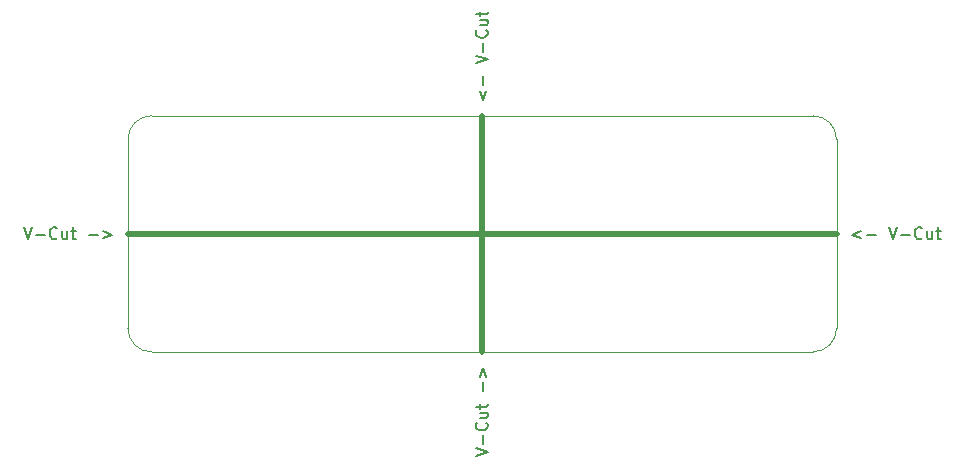
<source format=gm1>
%TF.GenerationSoftware,KiCad,Pcbnew,(6.0.1)*%
%TF.CreationDate,2022-12-02T01:02:59+09:00*%
%TF.ProjectId,VL6180ToF,564c3631-3830-4546-9f46-2e6b69636164,rev?*%
%TF.SameCoordinates,Original*%
%TF.FileFunction,Profile,NP*%
%FSLAX46Y46*%
G04 Gerber Fmt 4.6, Leading zero omitted, Abs format (unit mm)*
G04 Created by KiCad (PCBNEW (6.0.1)) date 2022-12-02 01:02:59*
%MOMM*%
%LPD*%
G01*
G04 APERTURE LIST*
%TA.AperFunction,Profile*%
%ADD10C,0.050000*%
%TD*%
%TA.AperFunction,Profile*%
%ADD11C,0.500000*%
%TD*%
%ADD12C,0.150000*%
G04 APERTURE END LIST*
D10*
X172999999Y-119999999D02*
G75*
G03*
X174999999Y-117999999I1J1999999D01*
G01*
X115000001Y-117999999D02*
G75*
G03*
X117000001Y-119999999I1999999J-1D01*
G01*
D11*
X144999999Y-100000000D02*
X145000000Y-119999999D01*
D10*
X147000000Y-100000000D02*
X172999999Y-100000001D01*
X142999999Y-119999999D02*
X117000001Y-119999999D01*
X117000000Y-100000000D02*
X142999999Y-100000001D01*
X174999999Y-112000001D02*
X174999999Y-117999999D01*
X174999999Y-102000001D02*
G75*
G03*
X172999999Y-100000001I-1999999J1D01*
G01*
X115000001Y-107999999D02*
X115000000Y-112000000D01*
X142999999Y-100000001D02*
X147000000Y-100000000D01*
X144999999Y-100000000D02*
X145000000Y-119999999D01*
D11*
X174999999Y-110000000D02*
X115000000Y-109999999D01*
D10*
X115000001Y-107999999D02*
X115000000Y-102000000D01*
X174999999Y-112000001D02*
X174999999Y-107999999D01*
X172999999Y-119999999D02*
X147000001Y-119999999D01*
X117000000Y-100000000D02*
G75*
G03*
X115000000Y-102000000I-1J-1999999D01*
G01*
X115000001Y-117999999D02*
X115000000Y-112000000D01*
X142999999Y-119999999D02*
X147000001Y-119999999D01*
X174999999Y-102000001D02*
X174999999Y-107999999D01*
X115000000Y-109999999D02*
X174999999Y-110000000D01*
D12*
X106190476Y-109452380D02*
X106523809Y-110452380D01*
X106857142Y-109452380D01*
X107190476Y-110071428D02*
X107952380Y-110071428D01*
X109000000Y-110357142D02*
X108952380Y-110404761D01*
X108809523Y-110452380D01*
X108714285Y-110452380D01*
X108571428Y-110404761D01*
X108476190Y-110309523D01*
X108428571Y-110214285D01*
X108380952Y-110023809D01*
X108380952Y-109880952D01*
X108428571Y-109690476D01*
X108476190Y-109595238D01*
X108571428Y-109500000D01*
X108714285Y-109452380D01*
X108809523Y-109452380D01*
X108952380Y-109500000D01*
X109000000Y-109547619D01*
X109857142Y-109785714D02*
X109857142Y-110452380D01*
X109428571Y-109785714D02*
X109428571Y-110309523D01*
X109476190Y-110404761D01*
X109571428Y-110452380D01*
X109714285Y-110452380D01*
X109809523Y-110404761D01*
X109857142Y-110357142D01*
X110190476Y-109785714D02*
X110571428Y-109785714D01*
X110333333Y-109452380D02*
X110333333Y-110309523D01*
X110380952Y-110404761D01*
X110476190Y-110452380D01*
X110571428Y-110452380D01*
X111666666Y-110071428D02*
X112428571Y-110071428D01*
X112904761Y-109785714D02*
X113666666Y-110071428D01*
X112904761Y-110357142D01*
X144452380Y-128809523D02*
X145452380Y-128476190D01*
X144452380Y-128142857D01*
X145071428Y-127809523D02*
X145071428Y-127047619D01*
X145357142Y-126000000D02*
X145404761Y-126047619D01*
X145452380Y-126190476D01*
X145452380Y-126285714D01*
X145404761Y-126428571D01*
X145309523Y-126523809D01*
X145214285Y-126571428D01*
X145023809Y-126619047D01*
X144880952Y-126619047D01*
X144690476Y-126571428D01*
X144595238Y-126523809D01*
X144500000Y-126428571D01*
X144452380Y-126285714D01*
X144452380Y-126190476D01*
X144500000Y-126047619D01*
X144547619Y-126000000D01*
X144785714Y-125142857D02*
X145452380Y-125142857D01*
X144785714Y-125571428D02*
X145309523Y-125571428D01*
X145404761Y-125523809D01*
X145452380Y-125428571D01*
X145452380Y-125285714D01*
X145404761Y-125190476D01*
X145357142Y-125142857D01*
X144785714Y-124809523D02*
X144785714Y-124428571D01*
X144452380Y-124666666D02*
X145309523Y-124666666D01*
X145404761Y-124619047D01*
X145452380Y-124523809D01*
X145452380Y-124428571D01*
X145071428Y-123333333D02*
X145071428Y-122571428D01*
X144785714Y-122095238D02*
X145071428Y-121333333D01*
X145357142Y-122095238D01*
X144785714Y-97904761D02*
X145071428Y-98666666D01*
X145357142Y-97904761D01*
X145071428Y-97428571D02*
X145071428Y-96666666D01*
X144452380Y-95571428D02*
X145452380Y-95238095D01*
X144452380Y-94904761D01*
X145071428Y-94571428D02*
X145071428Y-93809523D01*
X145357142Y-92761904D02*
X145404761Y-92809523D01*
X145452380Y-92952380D01*
X145452380Y-93047619D01*
X145404761Y-93190476D01*
X145309523Y-93285714D01*
X145214285Y-93333333D01*
X145023809Y-93380952D01*
X144880952Y-93380952D01*
X144690476Y-93333333D01*
X144595238Y-93285714D01*
X144500000Y-93190476D01*
X144452380Y-93047619D01*
X144452380Y-92952380D01*
X144500000Y-92809523D01*
X144547619Y-92761904D01*
X144785714Y-91904761D02*
X145452380Y-91904761D01*
X144785714Y-92333333D02*
X145309523Y-92333333D01*
X145404761Y-92285714D01*
X145452380Y-92190476D01*
X145452380Y-92047619D01*
X145404761Y-91952380D01*
X145357142Y-91904761D01*
X144785714Y-91571428D02*
X144785714Y-91190476D01*
X144452380Y-91428571D02*
X145309523Y-91428571D01*
X145404761Y-91380952D01*
X145452380Y-91285714D01*
X145452380Y-91190476D01*
X177095238Y-109785714D02*
X176333333Y-110071428D01*
X177095238Y-110357142D01*
X177571428Y-110071428D02*
X178333333Y-110071428D01*
X179428571Y-109452380D02*
X179761904Y-110452380D01*
X180095238Y-109452380D01*
X180428571Y-110071428D02*
X181190476Y-110071428D01*
X182238095Y-110357142D02*
X182190476Y-110404761D01*
X182047619Y-110452380D01*
X181952380Y-110452380D01*
X181809523Y-110404761D01*
X181714285Y-110309523D01*
X181666666Y-110214285D01*
X181619047Y-110023809D01*
X181619047Y-109880952D01*
X181666666Y-109690476D01*
X181714285Y-109595238D01*
X181809523Y-109500000D01*
X181952380Y-109452380D01*
X182047619Y-109452380D01*
X182190476Y-109500000D01*
X182238095Y-109547619D01*
X183095238Y-109785714D02*
X183095238Y-110452380D01*
X182666666Y-109785714D02*
X182666666Y-110309523D01*
X182714285Y-110404761D01*
X182809523Y-110452380D01*
X182952380Y-110452380D01*
X183047619Y-110404761D01*
X183095238Y-110357142D01*
X183428571Y-109785714D02*
X183809523Y-109785714D01*
X183571428Y-109452380D02*
X183571428Y-110309523D01*
X183619047Y-110404761D01*
X183714285Y-110452380D01*
X183809523Y-110452380D01*
M02*

</source>
